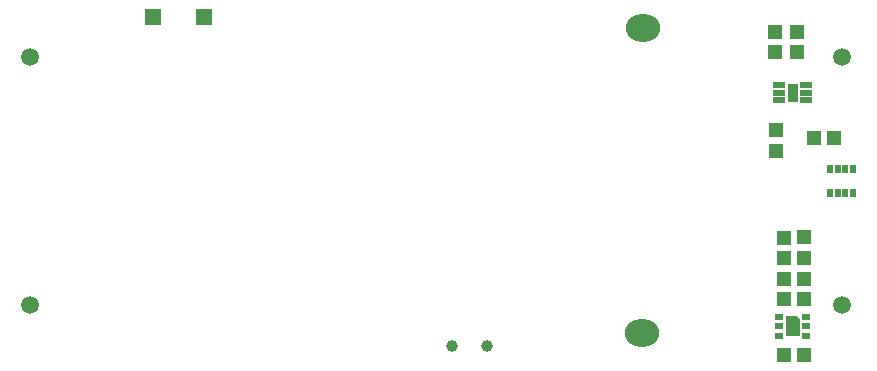
<source format=gbr>
G04 DipTrace 3.2.0.1*
G04 BottomMask.gbr*
%MOIN*%
G04 #@! TF.FileFunction,Soldermask,Bot*
G04 #@! TF.Part,Single*
%AMOUTLINE4*
4,1,16,
-0.012179,0.045296,
-0.031431,0.040935,
-0.047241,0.028371,
-0.056033,0.010191,
-0.056067,-0.010003,
-0.047336,-0.028213,
-0.031568,-0.040831,
-0.012331,-0.045255,
0.012179,-0.045296,
0.031431,-0.040935,
0.047241,-0.028371,
0.056033,-0.010191,
0.056067,0.010003,
0.047336,0.028213,
0.031568,0.040831,
0.012331,0.045255,
-0.012179,0.045296,
0*%
%AMOUTLINE10*
4,1,5,
-0.024606,0.033465,
-0.024606,-0.033465,
0.024606,-0.033465,
0.024606,0.019347,
0.010489,0.033465,
-0.024606,0.033465,
0*%
%ADD51C,0.059055*%
%ADD52C,0.03937*%
%ADD54R,0.029528X0.023622*%
%ADD56R,0.021654X0.027559*%
%ADD58R,0.033465X0.061024*%
%ADD60R,0.03937X0.019685*%
%ADD79R,0.051181X0.047244*%
%ADD80R,0.055118X0.055118*%
%ADD97R,0.047244X0.051181*%
%ADD105OUTLINE4*%
%ADD111OUTLINE10*%
%FSLAX26Y26*%
G04*
G70*
G90*
G75*
G01*
G04 BotMask*
%LPD*%
D97*
X1203427Y496264D3*
Y429335D3*
X1129807Y496075D3*
Y429146D3*
D79*
X1227780Y-393136D3*
X1160850D3*
X1158731Y-580743D3*
X1225660D3*
X1325954Y143875D3*
X1259025D3*
D51*
X-1354094Y414291D3*
X1354094D3*
X-1354094Y-414291D3*
X1354094D3*
D97*
X1134127Y168075D3*
Y101146D3*
X1227026Y-188705D3*
Y-255634D3*
X1159285Y-189419D3*
Y-256348D3*
D79*
X1226558Y-326266D3*
X1159629D3*
D80*
X-944900Y545625D3*
X-771672D3*
D105*
X687337Y-507873D3*
X689039Y507873D3*
D52*
X53112Y-549186D3*
X171222D3*
D60*
X1234252Y319488D3*
Y293898D3*
Y268307D3*
X1143701D3*
Y293898D3*
Y319488D3*
D58*
X1188976Y293898D3*
D56*
X1338583Y40354D3*
X1364173D3*
Y-40354D3*
X1338583D3*
X1312992Y40354D3*
X1389764D3*
Y-40354D3*
X1312992D3*
D111*
X1188976Y-484449D3*
D54*
X1234252D3*
X1143701D3*
X1234252Y-452953D3*
Y-515945D3*
X1143701D3*
Y-452953D3*
M02*

</source>
